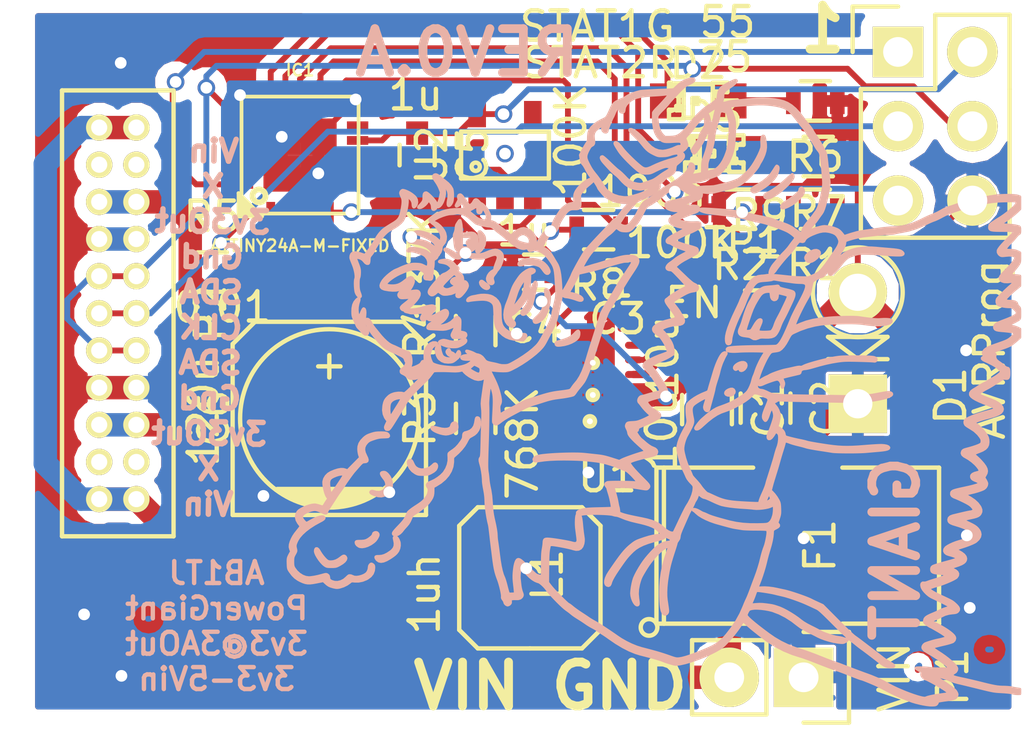
<source format=kicad_pcb>
(kicad_pcb (version 4) (host pcbnew "(after 2015-may-01 BZR unknown)-product")
  (layers (0 F.Cu signal) (31 B.Cu signal) (34 B.Paste user) (35 F.Paste user hide) (36 B.SilkS user hide) (37 F.SilkS user hide) (38 B.Mask user) (39 F.Mask user) (44 Edge.Cuts user))
  (net 0 "")
  (net 1 /Vin)
  (net 2 GND)
  (net 3 "Net-(C3-Pad1)")
  (net 4 "Net-(C5-Pad1)")
  (net 5 +3.3V)
  (net 6 "Net-(D2-Pad2)")
  (net 7 "Net-(D2-Pad1)")
  (net 8 "Net-(D3-Pad2)")
  (net 9 "Net-(D3-Pad1)")
  (net 10 /CLK)
  (net 11 /ISense)
  (net 12 /VSense)
  (net 13 /Enable)
  (net 14 "Net-(IC1-Pad13)")
  (net 15 /SDA)
  (net 16 "Net-(IC1-Pad20)")
  (net 17 "Net-(R3-Pad2)")
  (net 18 /PSave)
  (net 19 "Net-(L1-Pad1)")
  (net 20 "Net-(L1-Pad2)")
  (net 21 /BattIn)
  (net 22 "Net-(IC1-Pad2)")
  (net 23 /ISenceHi)
  (net 24 "Net-(P2-Pad19)")
  (net 25 "Net-(P2-Pad3)")
  (net 26 "Net-(P2-Pad4)")
  (net 27 "Net-(P2-Pad20)")
  (net 28 "Net-(U1-Pad14)")
  (module hardwareRev1:1.27mmPitchHeader11X2 (layer F.Cu) (at 105.41 106.68)
    (fp_text reference P2 (at 2.54 -1.27 90) (layer F.SilkS))
    (fp_text value CONN_11X2)
    (pad 21 thru_hole circle (at -1.27 5.08) (size 0.9 0.9) (drill 0.55) (layers *.Cu *.Mask F.SilkS) (net 21 /BattIn))
    (pad 19 thru_hole circle (at -1.27 3.81) (size 0.9 0.9) (drill 0.55) (layers *.Cu *.Mask F.SilkS) (net 24 "Net-(P2-Pad19)"))
    (pad 17 thru_hole circle (at -1.27 2.54) (size 0.9 0.9) (drill 0.55) (layers *.Cu *.Mask F.SilkS) (net 5 +3.3V))
    (pad 15 thru_hole circle (at -1.27 1.27) (size 0.9 0.9) (drill 0.55) (layers *.Cu *.Mask F.SilkS) (net 2 GND))
    (pad 13 thru_hole circle (at -1.27 0) (size 0.9 0.9) (drill 0.55) (layers *.Cu *.Mask F.SilkS) (net 15 /SDA))
    (pad 11 thru_hole circle (at -1.27 -1.27) (size 0.9 0.9) (drill 0.55) (layers *.Cu *.Mask F.SilkS) (net 10 /CLK))
    (pad 9 thru_hole circle (at -1.27 -2.54) (size 0.9 0.9) (drill 0.55) (layers *.Cu *.Mask F.SilkS) (net 15 /SDA))
    (pad 7 thru_hole circle (at -1.27 -3.81) (size 0.9 0.9) (drill 0.55) (layers *.Cu *.Mask F.SilkS) (net 2 GND))
    (pad 5 thru_hole circle (at -1.27 -5.08) (size 0.9 0.9) (drill 0.55) (layers *.Cu *.Mask F.SilkS) (net 5 +3.3V))
    (pad 3 thru_hole circle (at -1.27 -6.35) (size 0.9 0.9) (drill 0.55) (layers *.Cu *.Mask F.SilkS) (net 25 "Net-(P2-Pad3)"))
    (pad 1 thru_hole circle (at -1.27 -7.62) (size 0.9 0.9) (drill 0.55) (layers *.Cu *.Mask F.SilkS) (net 21 /BattIn))
    (pad 2 thru_hole circle (at 0 -7.62) (size 0.9 0.9) (drill 0.55) (layers *.Cu *.Mask F.SilkS) (net 21 /BattIn))
    (pad 4 thru_hole circle (at 0 -6.35) (size 0.9 0.9) (drill 0.55) (layers *.Cu *.Mask F.SilkS) (net 26 "Net-(P2-Pad4)"))
    (pad 6 thru_hole circle (at 0 -5.08) (size 0.9 0.9) (drill 0.55) (layers *.Cu *.Mask F.SilkS) (net 5 +3.3V))
    (pad 8 thru_hole circle (at 0 -3.81) (size 0.9 0.9) (drill 0.55) (layers *.Cu *.Mask F.SilkS) (net 2 GND))
    (pad 10 thru_hole circle (at 0 -2.54) (size 0.9 0.9) (drill 0.55) (layers *.Cu *.Mask F.SilkS) (net 15 /SDA))
    (pad 12 thru_hole circle (at 0 -1.27) (size 0.9 0.9) (drill 0.55) (layers *.Cu *.Mask F.SilkS) (net 10 /CLK))
    (pad 14 thru_hole circle (at 0 0) (size 0.9 0.9) (drill 0.55) (layers *.Cu *.Mask F.SilkS) (net 15 /SDA))
    (pad 16 thru_hole circle (at 0 1.27) (size 0.9 0.9) (drill 0.55) (layers *.Cu *.Mask F.SilkS) (net 2 GND))
    (pad 18 thru_hole circle (at 0 2.54) (size 0.9 0.9) (drill 0.55) (layers *.Cu *.Mask F.SilkS) (net 5 +3.3V))
    (pad 20 thru_hole circle (at 0 3.81) (size 0.9 0.9) (drill 0.55) (layers *.Cu *.Mask F.SilkS) (net 27 "Net-(P2-Pad20)"))
    (pad 22 thru_hole circle (at 0 5.08) (size 0.9 0.9) (drill 0.55) (layers *.Cu *.Mask F.SilkS) (net 21 /BattIn))
  )
  (module Capacitors_SMD:C_0603 (layer F.Cu) (at 121.85 104.2)
    (fp_text reference C3 (at 0 1.4) (layer F.SilkS))
    (fp_text value 100n (at 1.15 -2.95) (layer F.SilkS))
    (pad 1 smd rect (at -0.75 0) (size 0.8 0.75) (layers F.Cu F.Paste F.Mask) (net 3 "Net-(C3-Pad1)"))
    (pad 2 smd rect (at 0.75 0) (size 0.8 0.75) (layers F.Cu F.Paste F.Mask) (net 2 GND))
  )
  (module Capacitors_SMD:C_0603 (layer F.Cu) (at 119 104 180)
    (fp_text reference C4 (at 0 -1.9 180) (layer F.SilkS))
    (fp_text value 1u (at 0.35 1.4 180) (layer F.SilkS))
    (pad 1 smd rect (at -0.75 0 180) (size 0.8 0.75) (layers F.Cu F.Paste F.Mask) (net 1 /Vin))
    (pad 2 smd rect (at 0.75 0 180) (size 0.8 0.75) (layers F.Cu F.Paste F.Mask) (net 2 GND))
  )
  (module Capacitors_SMD:C_0603 (layer F.Cu) (at 115 100 270)
    (fp_text reference C5 (at 0 -1.9 270) (layer F.SilkS))
    (fp_text value 1u (at -2.05 0.05 360) (layer F.SilkS))
    (pad 1 smd rect (at -0.75 0 270) (size 0.8 0.75) (layers F.Cu F.Paste F.Mask) (net 4 "Net-(C5-Pad1)"))
    (pad 2 smd rect (at 0.75 0 270) (size 0.8 0.75) (layers F.Cu F.Paste F.Mask) (net 2 GND))
  )
  (module Capacitors_SMD:c_elec_6.3x7.7 (layer F.Cu) (at 112 109 90)
    (fp_text reference C6 (at 0 -3.937 90) (layer F.SilkS))
    (fp_text value 120u (at 0.25 -4.3 90) (layer F.SilkS))
    (pad 1 smd rect (at 2.75082 0 90) (size 3.59918 1.6002) (layers F.Cu F.Paste F.Mask) (net 5 +3.3V))
    (pad 2 smd rect (at -2.75082 0 90) (size 3.59918 1.6002) (layers F.Cu F.Paste F.Mask) (net 2 GND))
  )
  (module LEDs:LED-0805 (layer F.Cu) (at 124.6 98.15)
    (fp_text reference D2 (at 0 -1.27) (layer F.SilkS))
    (fp_text value STAT1G (at -3.45 -2.55) (layer F.SilkS))
    (pad 2 smd rect (at 1.04902 0 180) (size 1.19888 1.19888) (layers F.Cu F.Paste F.Mask) (net 6 "Net-(D2-Pad2)"))
    (pad 1 smd rect (at -1.04902 0 180) (size 1.19888 1.19888) (layers F.Cu F.Paste F.Mask) (net 7 "Net-(D2-Pad1)"))
  )
  (module LEDs:LED-0805 (layer F.Cu) (at 125.15 99.95)
    (fp_text reference D3 (at 0 -1.27) (layer F.SilkS))
    (fp_text value STAT2R (at -3.9 -3.1) (layer F.SilkS))
    (pad 2 smd rect (at 1.04902 0 180) (size 1.19888 1.19888) (layers F.Cu F.Paste F.Mask) (net 8 "Net-(D3-Pad2)"))
    (pad 1 smd rect (at -1.04902 0 180) (size 1.19888 1.19888) (layers F.Cu F.Paste F.Mask) (net 9 "Net-(D3-Pad1)"))
  )
  (module SMD_Packages:SMD-2112_Pol (layer F.Cu) (at 128 113.35)
    (fp_text reference F1 (at 0.762 0 90) (layer F.SilkS))
    (fp_text value FUSE)
    (pad 2 smd rect (at 3.175 0) (size 2.794 4.826) (layers F.Cu F.Paste F.Mask) (net 1 /Vin))
    (pad 1 smd rect (at -3.175 0) (size 2.794 4.826) (layers F.Cu F.Paste F.Mask) (net 21 /BattIn))
  )
  (module Inductors:SELF-WE-TPC_M (layer F.Cu) (at 118.85 114.45 180)
    (fp_text reference L1 (at -0.59944 0.09906 270) (layer F.SilkS))
    (fp_text value 1uh (at 3.6 -0.55 270) (layer F.SilkS))
    (pad 1 smd rect (at -2.159 0 180) (size 1.50114 5.30098) (layers F.Cu F.Paste F.Mask) (net 19 "Net-(L1-Pad1)"))
    (pad 2 smd rect (at 2.159 0 180) (size 1.50114 5.30098) (layers F.Cu F.Paste F.Mask) (net 20 "Net-(L1-Pad2)"))
  )
  (module Pin_Headers:Pin_Header_Straight_1x02 (layer F.Cu) (at 128.2 117.85 270)
    (fp_text reference P1 (at 0 -5.1 270) (layer F.SilkS))
    (fp_text value VIN (at 0 -3.1 270) (layer F.SilkS))
    (pad 1 thru_hole rect (at 0 0 270) (size 2.032 2.032) (drill 1.016) (layers *.Cu *.Mask F.SilkS) (net 2 GND))
    (pad 2 thru_hole oval (at 0 2.54 270) (size 2.032 2.032) (drill 1.016) (layers *.Cu *.Mask F.SilkS) (net 21 /BattIn))
  )
  (module Pin_Headers:Pin_Header_Straight_2x03 (layer F.Cu) (at 131.425 96.475)
    (fp_text reference P3 (at 0 -5.1) (layer F.SilkS))
    (fp_text value AVRProg (at 3.125 10.175 270) (layer F.SilkS))
    (pad 1 thru_hole rect (at 0 0) (size 1.7272 1.7272) (drill 1.016) (layers *.Cu *.Mask F.SilkS) (net 16 "Net-(IC1-Pad20)"))
    (pad 2 thru_hole oval (at 2.54 0) (size 1.7272 1.7272) (drill 1.016) (layers *.Cu *.Mask F.SilkS) (net 4 "Net-(C5-Pad1)"))
    (pad 3 thru_hole oval (at 0 2.54) (size 1.7272 1.7272) (drill 1.016) (layers *.Cu *.Mask F.SilkS) (net 10 /CLK))
    (pad 4 thru_hole oval (at 2.54 2.54) (size 1.7272 1.7272) (drill 1.016) (layers *.Cu *.Mask F.SilkS) (net 15 /SDA))
    (pad 5 thru_hole oval (at 0 5.08) (size 1.7272 1.7272) (drill 1.016) (layers *.Cu *.Mask F.SilkS) (net 14 "Net-(IC1-Pad13)"))
    (pad 6 thru_hole oval (at 2.54 5.08) (size 1.7272 1.7272) (drill 1.016) (layers *.Cu *.Mask F.SilkS) (net 2 GND))
  )
  (module Resistors_SMD:R_0603 (layer F.Cu) (at 128.6 101.85 180)
    (fp_text reference R1 (at 0 -1.9 180) (layer F.SilkS))
    (fp_text value R)
    (pad 1 smd rect (at -0.75 0 180) (size 0.5 0.9) (layers F.Cu F.Paste F.Mask) (net 1 /Vin))
    (pad 2 smd rect (at 0.75 0 180) (size 0.5 0.9) (layers F.Cu F.Paste F.Mask) (net 12 /VSense))
  )
  (module Resistors_SMD:R_0603 (layer F.Cu) (at 126.05 101.85 180)
    (fp_text reference R2 (at 0 -1.9 180) (layer F.SilkS))
    (fp_text value R)
    (pad 1 smd rect (at -0.75 0 180) (size 0.5 0.9) (layers F.Cu F.Paste F.Mask) (net 12 /VSense))
    (pad 2 smd rect (at 0.75 0 180) (size 0.5 0.9) (layers F.Cu F.Paste F.Mask) (net 2 GND))
  )
  (module Resistors_SMD:R_0603 (layer F.Cu) (at 117 109 90)
    (fp_text reference R3 (at 0 -1.9 90) (layer F.SilkS))
    (fp_text value 768K (at -0.85 1.6 90) (layer F.SilkS))
    (pad 1 smd rect (at -0.75 0 90) (size 0.5 0.9) (layers F.Cu F.Paste F.Mask) (net 11 /ISense))
    (pad 2 smd rect (at 0.75 0 90) (size 0.5 0.9) (layers F.Cu F.Paste F.Mask) (net 17 "Net-(R3-Pad2)"))
  )
  (module Resistors_SMD:R_0603 (layer F.Cu) (at 117 106 90)
    (fp_text reference R4 (at 0 -1.9 90) (layer F.SilkS))
    (fp_text value 137K (at 2.25 -1.75 90) (layer F.SilkS))
    (pad 1 smd rect (at -0.75 0 90) (size 0.5 0.9) (layers F.Cu F.Paste F.Mask) (net 17 "Net-(R3-Pad2)"))
    (pad 2 smd rect (at 0.75 0 90) (size 0.5 0.9) (layers F.Cu F.Paste F.Mask) (net 2 GND))
  )
  (module Resistors_SMD:R_0603 (layer F.Cu) (at 108 104)
    (fp_text reference R5 (at 0 -1.9) (layer F.SilkS))
    (fp_text value 0.01 (at 0.35 1.2) (layer F.SilkS))
    (pad 1 smd rect (at -0.75 0) (size 0.5 0.9) (layers F.Cu F.Paste F.Mask) (net 5 +3.3V))
    (pad 2 smd rect (at 0.75 0) (size 0.5 0.9) (layers F.Cu F.Paste F.Mask) (net 11 /ISense))
  )
  (module Resistors_SMD:R_0603 (layer F.Cu) (at 128.6 98.15 180)
    (fp_text reference R6 (at 0 -1.9 180) (layer F.SilkS))
    (fp_text value 55 (at 3 2.7 180) (layer F.SilkS))
    (pad 1 smd rect (at -0.75 0 180) (size 0.5 0.9) (layers F.Cu F.Paste F.Mask) (net 2 GND))
    (pad 2 smd rect (at 0.75 0 180) (size 0.5 0.9) (layers F.Cu F.Paste F.Mask) (net 6 "Net-(D2-Pad2)"))
  )
  (module Resistors_SMD:R_0603 (layer F.Cu) (at 128.7 100.05 180)
    (fp_text reference R7 (at 0 -1.9 180) (layer F.SilkS))
    (fp_text value 75 (at 3.2 3.4 180) (layer F.SilkS))
    (pad 1 smd rect (at -0.75 0 180) (size 0.5 0.9) (layers F.Cu F.Paste F.Mask) (net 2 GND))
    (pad 2 smd rect (at 0.75 0 180) (size 0.5 0.9) (layers F.Cu F.Paste F.Mask) (net 8 "Net-(D3-Pad2)"))
  )
  (module SMD:SOT-23-5 (layer F.Cu) (at 118 100 180)
    (fp_text reference U2 (at 2.5 0 270) (layer F.SilkS))
    (fp_text value NCP508 hide)
    (pad 4 smd rect (at -0.95 1.4 180) (size 0.6 0.9) (layers F.Cu F.Paste F.Mask))
    (pad 2 smd rect (at 0 -1.4 180) (size 0.6 0.9) (layers F.Cu F.Paste F.Mask) (net 2 GND))
    (pad 5 smd rect (at 0.95 1.4 180) (size 0.6 0.9) (layers F.Cu F.Paste F.Mask) (net 4 "Net-(C5-Pad1)"))
    (pad 3 smd rect (at -0.95 -1.4 180) (size 0.6 0.9) (layers F.Cu F.Paste F.Mask) (net 1 /Vin))
    (pad 1 smd rect (at 0.95 -1.4 180) (size 0.6 0.9) (layers F.Cu F.Paste F.Mask) (net 1 /Vin))
  )
  (module w_smd_qfn:qfn-20 (layer F.Cu) (at 111 100)
    (fp_text reference IC1 (at 0 -2.90068) (layer F.SilkS) (effects (font (size 0.39878 0.39878) (thickness 0.07874))))
    (fp_text value ATTINY24A-M-FIXED (at 0 3.0988) (layer F.SilkS) (effects (font (size 0.39878 0.39878) (thickness 0.07874))))
    (pad 1 smd rect (at -1.00076 1.96596) (size 0.29972 0.72898) (layers F.Cu F.Paste F.Mask) (net 10 /CLK))
    (pad 2 smd rect (at -0.50038 1.96596) (size 0.29972 0.72898) (layers F.Cu F.Paste F.Mask) (net 22 "Net-(IC1-Pad2)"))
    (pad 3 smd rect (at 0 1.96596) (size 0.29972 0.72898) (layers F.Cu F.Paste F.Mask) (net 23 /ISenceHi))
    (pad 4 smd rect (at 0.50038 1.96596) (size 0.29972 0.72898) (layers F.Cu F.Paste F.Mask) (net 11 /ISense))
    (pad 6 smd rect (at 1.96596 1.00076) (size 0.72898 0.29972) (layers F.Cu F.Paste F.Mask))
    (pad 7 smd rect (at 1.96596 0.50038) (size 0.72898 0.29972) (layers F.Cu F.Paste F.Mask))
    (pad 8 smd rect (at 1.96596 0) (size 0.72898 0.29972) (layers F.Cu F.Paste F.Mask) (net 2 GND))
    (pad 9 smd rect (at 1.96596 -0.50038) (size 0.72898 0.29972) (layers F.Cu F.Paste F.Mask) (net 4 "Net-(C5-Pad1)"))
    (pad 10 smd rect (at 1.96596 -1.00076) (size 0.72898 0.29972) (layers F.Cu F.Paste F.Mask))
    (pad 21 smd rect (at 0.62484 0.62484) (size 1.24968 1.24968) (layers F.Cu F.Paste F.Mask) (net 2 GND))
    (pad 21 smd rect (at -0.62484 0.62484) (size 1.24968 1.24968) (layers F.Cu F.Paste F.Mask) (net 2 GND))
    (pad 21 smd rect (at -0.62484 -0.62484) (size 1.24968 1.24968) (layers F.Cu F.Paste F.Mask) (net 2 GND))
    (pad 21 smd rect (at 0.62484 -0.62484) (size 1.24968 1.24968) (layers F.Cu F.Paste F.Mask) (net 2 GND))
    (pad 11 smd rect (at 1.00076 -1.96596) (size 0.29972 0.72898) (layers F.Cu F.Paste F.Mask) (net 18 /PSave))
    (pad 12 smd rect (at 0.50038 -1.96596) (size 0.29972 0.72898) (layers F.Cu F.Paste F.Mask) (net 13 /Enable))
    (pad 13 smd rect (at 0 -1.96596) (size 0.29972 0.72898) (layers F.Cu F.Paste F.Mask) (net 14 "Net-(IC1-Pad13)"))
    (pad 14 smd rect (at -0.50038 -1.96596) (size 0.29972 0.72898) (layers F.Cu F.Paste F.Mask) (net 9 "Net-(D3-Pad1)"))
    (pad 15 smd rect (at -1.00076 -1.96596) (size 0.29972 0.72898) (layers F.Cu F.Paste F.Mask) (net 7 "Net-(D2-Pad1)"))
    (pad 16 smd rect (at -1.96596 -1.00076) (size 0.72898 0.29972) (layers F.Cu F.Paste F.Mask) (net 15 /SDA))
    (pad 17 smd rect (at -1.96596 -0.50038) (size 0.72898 0.29972) (layers F.Cu F.Paste F.Mask))
    (pad 18 smd rect (at -1.96596 0) (size 0.72898 0.29972) (layers F.Cu F.Paste F.Mask))
    (pad 19 smd rect (at -1.96596 0.50038) (size 0.72898 0.29972) (layers F.Cu F.Paste F.Mask))
    (pad 20 smd rect (at -1.96596 1.00076) (size 0.72898 0.29972) (layers F.Cu F.Paste F.Mask) (net 16 "Net-(IC1-Pad20)"))
    (pad 5 smd rect (at 1.00076 1.96596) (size 0.29972 0.72898) (layers F.Cu F.Paste F.Mask) (net 12 /VSense))
  )
  (module hardwareRev1:TPS63020 (layer F.Cu) (at 121 108)
    (fp_text reference U1 (at 0.5 3) (layer F.SilkS))
    (fp_text value TPS63020 hide)
    (pad PAD thru_hole circle (at -0.1 1.1) (size 0.5 0.5) (drill 0.2) (layers *.Cu *.Mask F.SilkS) (net 2 GND))
    (pad PAD thru_hole circle (at 0 0.2) (size 0.5 0.5) (drill 0.2) (layers *.Cu *.Mask F.SilkS) (net 2 GND))
    (pad PAD thru_hole circle (at 0 -0.9) (size 0.5 0.5) (drill 0.2) (layers *.Cu *.Mask F.SilkS) (net 2 GND))
    (pad 8 smd oval (at 1.4 1.5) (size 0.6 0.24) (layers F.Cu F.Paste F.Mask) (net 19 "Net-(L1-Pad1)"))
    (pad 9 smd oval (at 1.4 1) (size 0.6 0.24) (layers F.Cu F.Paste F.Mask) (net 19 "Net-(L1-Pad1)"))
    (pad 10 smd oval (at 1.4 0.5) (size 0.6 0.24) (layers F.Cu F.Paste F.Mask) (net 1 /Vin))
    (pad 12 smd oval (at 1.4 -0.5) (size 0.6 0.24) (layers F.Cu F.Paste F.Mask) (net 13 /Enable))
    (pad 11 smd oval (at 1.4 0) (size 0.6 0.24) (layers F.Cu F.Paste F.Mask) (net 1 /Vin))
    (pad 13 smd oval (at 1.4 -1) (size 0.6 0.24) (layers F.Cu F.Paste F.Mask) (net 18 /PSave))
    (pad 14 smd oval (at 1.4 -1.5) (size 0.6 0.24) (layers F.Cu F.Paste F.Mask) (net 28 "Net-(U1-Pad14)"))
    (pad 1 smd oval (at -1.4 -1.5) (size 0.6 0.24) (layers F.Cu F.Paste F.Mask) (net 3 "Net-(C3-Pad1)"))
    (pad 2 smd oval (at -1.4 -1) (size 0.6 0.24) (layers F.Cu F.Paste F.Mask) (net 2 GND))
    (pad 4 smd oval (at -1.4 0) (size 0.6 0.24) (layers F.Cu F.Paste F.Mask) (net 11 /ISense))
    (pad 3 smd oval (at -1.4 -0.5) (size 0.6 0.24) (layers F.Cu F.Paste F.Mask) (net 17 "Net-(R3-Pad2)"))
    (pad 5 smd oval (at -1.4 0.5) (size 0.6 0.24) (layers F.Cu F.Paste F.Mask) (net 11 /ISense))
    (pad 6 smd oval (at -1.4 1) (size 0.6 0.24) (layers F.Cu F.Paste F.Mask) (net 20 "Net-(L1-Pad2)"))
    (pad 7 smd oval (at -1.4 1.5) (size 0.6 0.24) (layers F.Cu F.Paste F.Mask) (net 20 "Net-(L1-Pad2)"))
    (pad PAD smd rect (at 0 0) (size 1.5 4.5) (layers F.Cu F.Paste F.Mask) (net 2 GND))
  )
  (module Measurement_Points:Measurement_Point_Round-SMD-Pad_Small (layer F.Cu) (at 126.15 105.55)
    (fp_text reference TP1 (at 0 -2.54) (layer F.SilkS))
    (fp_text value EN (at -1.7 -0.5) (layer F.SilkS))
    (pad 1 smd circle (at 0 0) (size 1.524 1.524) (layers F.Cu F.Paste F.Mask) (net 13 /Enable))
  )
  (module Diodes_ThroughHole:Diode_DO-41_SOD81_Vertical_KathodeUp (layer F.Cu) (at 130.05 108.5 90)
    (fp_text reference D1 (at 0.27178 3.175 90) (layer F.SilkS))
    (fp_text value DIODE)
    (pad 2 thru_hole circle (at 3.81 0 270) (size 1.99898 1.99898) (drill 1.27) (layers *.Cu *.Mask F.SilkS) (net 1 /Vin))
    (pad 1 thru_hole rect (at 0 0 270) (size 1.99898 1.99898) (drill 1.00076) (layers *.Cu *.Mask F.SilkS) (net 2 GND))
  )
  (module Resistors_SMD:R_0603 (layer F.Cu) (at 121.2 102.55 180)
    (fp_text reference R8 (at 0 -1.9 180) (layer F.SilkS))
    (fp_text value 100K (at 0.95 3.05 270) (layer F.SilkS))
    (pad 1 smd rect (at -0.75 0 180) (size 0.5 0.9) (layers F.Cu F.Paste F.Mask) (net 18 /PSave))
    (pad 2 smd rect (at 0.75 0 180) (size 0.5 0.9) (layers F.Cu F.Paste F.Mask) (net 11 /ISense))
  )
  (module Resistors_SMD:R_0603 (layer F.Cu) (at 126.7 103.95)
    (fp_text reference R9 (at 0 -1.9) (layer F.SilkS))
    (fp_text value 100K (at -2.65 -0.95) (layer F.SilkS))
    (pad 1 smd rect (at -0.75 0) (size 0.5 0.9) (layers F.Cu F.Paste F.Mask) (net 13 /Enable))
    (pad 2 smd rect (at 0.75 0) (size 0.5 0.9) (layers F.Cu F.Paste F.Mask) (net 2 GND))
  )
  (module Capacitors_SMD:C_0805 (layer F.Cu) (at 124.9 108.7 270)
    (fp_text reference C1 (at 0 -2.1 270) (layer F.SilkS))
    (fp_text value 10u (at 0.7 1.55 270) (layer F.SilkS))
    (pad 1 smd rect (at -1 0 270) (size 1 1.25) (layers F.Cu F.Paste F.Mask) (net 1 /Vin))
    (pad 2 smd rect (at 1 0 270) (size 1 1.25) (layers F.Cu F.Paste F.Mask) (net 2 GND))
  )
  (module Capacitors_SMD:C_0805 (layer F.Cu) (at 126.9 108.65 270)
    (fp_text reference C2 (at 0 -2.1 270) (layer F.SilkS))
    (fp_text value 10u (at -1.75 3.5 270) (layer F.SilkS))
    (pad 1 smd rect (at -1 0 270) (size 1 1.25) (layers F.Cu F.Paste F.Mask) (net 1 /Vin))
    (pad 2 smd rect (at 1 0 270) (size 1 1.25) (layers F.Cu F.Paste F.Mask) (net 2 GND))
  )
  (module hardwareRev1:giant (layer B.Cu) (at 122.85 108.3 270)
    (fp_text reference G*** hide)
    (fp_text value LOGO hide)
  )
  (gr_text REV0.A (at 116.7 96.5) (layer B.SilkS) (effects (font (size 1.5 1.5) (thickness 0.3)) (justify mirror)))
  (gr_text "AB1TJ\nPowerGiant\n3v3@3AOut\n3v3-5Vin" (at 108.15 116.1) (layer B.SilkS) (effects (font (size 0.75 0.75)) (justify mirror)))
  (gr_text 1 (at 128.85 95.7) (layer F.SilkS) (effects (font (size 1.5 1.5) (thickness 0.3)) (justify mirror)))
  (gr_text "VIN GND" (at 119.55 118.15) (layer F.SilkS) (effects (font (size 1.5 1.5) (thickness 0.3))))
  (gr_text GIANT (at 131.35 113.45 90) (layer B.SilkS) (effects (font (size 1.5 1.5) (thickness 0.3)) (justify mirror)))
  (gr_text "Vin\nX\n3v3Out\nGnd\nSDA\nCLK\nSDA\nGnd\n3v3Out\nX\nVin" (at 107.95 105.9 359.1) (layer B.SilkS) (effects (font (size 0.75 0.75) (thickness 0.1875)) (justify mirror)))
  (segment (start 133.85 107.8) (end 133.85 106.775) (width 0.8) (layer B.Cu) (net 0))
  (segment (start 133.725 106.65) (end 133.725 106.575) (width 0.8) (layer F.Cu) (net 0))
  (segment (start 133.75 106.675) (end 133.725 106.65) (width 0.8) (layer F.Cu) (net 0))
  (via (at 133.75 106.675) (size 0.6) (layers F.Cu B.Cu) (net 0))
  (segment (start 133.85 106.775) (end 133.75 106.675) (width 0.8) (layer B.Cu) (net 0))
  (segment (start 133.775 113.65) (end 133.775 113) (width 0.8) (layer F.Cu) (net 0))
  (via (at 133.775 113) (size 0.6) (layers F.Cu B.Cu) (net 0))
  (segment (start 133.825 116.1) (end 133.825 115.525) (width 0.8) (layer B.Cu) (net 0))
  (via (at 133.875 115.475) (size 0.6) (layers F.Cu B.Cu) (net 0))
  (segment (start 133.825 115.525) (end 133.875 115.475) (width 0.8) (layer B.Cu) (net 0))
  (segment (start 118.525 114.775) (end 118.525 114.325) (width 0.8) (layer F.Cu) (net 0))
  (via (at 118.725 114.125) (size 0.6) (layers F.Cu B.Cu) (net 0))
  (segment (start 118.525 114.325) (end 118.725 114.125) (width 0.8) (layer F.Cu) (net 0))
  (segment (start 105.6 117.225) (end 105.475 117.225) (width 0.8) (layer F.Cu) (net 0))
  (via (at 104.9 117.8) (size 0.6) (layers F.Cu B.Cu) (net 0))
  (segment (start 105.475 117.225) (end 104.9 117.8) (width 0.8) (layer F.Cu) (net 0))
  (segment (start 103.275 114.375) (end 103.275 115.35) (width 0.8) (layer B.Cu) (net 0))
  (segment (start 103.825 115.9) (end 103.825 116.55) (width 0.8) (layer F.Cu) (net 0))
  (segment (start 103.625 115.7) (end 103.825 115.9) (width 0.8) (layer F.Cu) (net 0))
  (via (at 103.625 115.7) (size 0.6) (layers F.Cu B.Cu) (net 0))
  (segment (start 103.275 115.35) (end 103.625 115.7) (width 0.8) (layer B.Cu) (net 0))
  (segment (start 104.8 97.1) (end 104.8 96.925) (width 0.8) (layer F.Cu) (net 0))
  (segment (start 104.4 97.325) (end 104.175 97.325) (width 0.8) (layer B.Cu) (net 0))
  (segment (start 104.875 96.85) (end 104.4 97.325) (width 0.8) (layer B.Cu) (net 0))
  (via (at 104.875 96.85) (size 0.6) (layers F.Cu B.Cu) (net 0))
  (segment (start 104.8 96.925) (end 104.875 96.85) (width 0.8) (layer F.Cu) (net 0))
  (via (at 118 99.95) (size 0.6) (layers F.Cu B.Cu) (net 0))
  (segment (start 105.8 115.85) (end 105.85 115.85) (width 0.2) (layer B.Cu) (net 0))
  (segment (start 119.1 112.35) (end 119.05 112.4) (width 0.2) (layer F.Cu) (net 0))
  (segment (start 133.7 110.3) (end 133.75 110.3) (width 0.2) (layer F.Cu) (net 0))
  (segment (start 134.6 116.9) (end 134.5 116.9) (width 0.2) (layer B.Cu) (net 0))
  (via (at 114.8 102.8) (size 0.6) (layers F.Cu B.Cu) (net 0))
  (segment (start 128.4 103.25) (end 128.35 103.3) (width 0.2) (layer F.Cu) (net 0))
  (segment (start 132.1 117.5) (end 132.15 117.45) (width 0.2) (layer B.Cu) (net 0))
  (segment (start 132.1 117.6) (end 132.1 117.5) (width 0.2) (layer F.Cu) (net 0))
  (segment (start 130.05 104.69) (end 130.05 103.2) (width 0.2) (layer F.Cu) (net 1))
  (segment (start 129.35 102.5) (end 129.35 101.85) (width 0.2) (layer F.Cu) (net 1))
  (segment (start 130.05 103.2) (end 129.35 102.5) (width 0.2) (layer F.Cu) (net 1))
  (segment (start 124.9 107.7) (end 124.05 107.7) (width 0.8) (layer F.Cu) (net 1))
  (segment (start 124.05 107.7) (end 123.5 108.25) (width 0.8) (layer F.Cu) (net 1))
  (segment (start 126.9 107.65) (end 124.95 107.65) (width 0.8) (layer F.Cu) (net 1))
  (segment (start 124.95 107.65) (end 124.9 107.7) (width 0.8) (layer F.Cu) (net 1))
  (segment (start 130.05 104.69) (end 129.86 104.69) (width 0.8) (layer F.Cu) (net 1))
  (segment (start 129.86 104.69) (end 126.9 107.65) (width 0.8) (layer F.Cu) (net 1))
  (segment (start 131.175 113.35) (end 131.175 110.725) (width 0.8) (layer F.Cu) (net 1))
  (segment (start 131.95 106.59) (end 130.05 104.69) (width 0.8) (layer F.Cu) (net 1))
  (segment (start 131.95 109.95) (end 131.95 106.59) (width 0.8) (layer F.Cu) (net 1))
  (segment (start 131.175 110.725) (end 131.95 109.95) (width 0.8) (layer F.Cu) (net 1))
  (segment (start 122.4 108.2) (end 122.4 108.5) (width 0.2) (layer F.Cu) (net 1))
  (segment (start 122.4 108) (end 122.4 108.2) (width 0.2) (layer F.Cu) (net 1))
  (segment (start 122.4 108.2) (end 123.5 108.2) (width 0.8) (layer F.Cu) (net 1))
  (segment (start 117.05 102.15) (end 117.35 102.45) (width 0.2) (layer F.Cu) (net 1))
  (segment (start 117.35 102.45) (end 118.55 102.45) (width 0.2) (layer F.Cu) (net 1))
  (segment (start 118.575 102.425) (end 118.95 102.05) (width 0.2) (layer F.Cu) (net 1))
  (segment (start 118.55 102.45) (end 118.575 102.425) (width 0.2) (layer F.Cu) (net 1))
  (segment (start 118.95 102.05) (end 118.95 101.4) (width 0.2) (layer F.Cu) (net 1))
  (segment (start 117.05 101.4) (end 117.05 102.15) (width 0.2) (layer F.Cu) (net 1))
  (segment (start 119.75 103.6) (end 118.575 102.425) (width 0.2) (layer F.Cu) (net 1))
  (segment (start 119.75 104) (end 119.75 103.6) (width 0.2) (layer F.Cu) (net 1))
  (segment (start 123.5 108.25) (end 123.5 108.2) (width 0.2) (layer F.Cu) (net 1))
  (segment (start 123.5 108.2) (end 123.5 108.25) (width 0.2) (layer F.Cu) (net 1))
  (segment (start 123.5 108.25) (end 123.5 108.2) (width 0.2) (layer F.Cu) (net 1))
  (segment (start 119.75 104.5) (end 119.25 105) (width 0.2) (layer F.Cu) (net 1))
  (segment (start 119.75 104) (end 119.75 104.5) (width 0.2) (layer F.Cu) (net 1))
  (via (at 123.5 108.25) (size 0.6) (layers F.Cu B.Cu) (net 1))
  (segment (start 121.1 105.85) (end 123.5 108.25) (width 0.2) (layer B.Cu) (net 1))
  (segment (start 120.1 105.85) (end 121.1 105.85) (width 0.2) (layer B.Cu) (net 1))
  (segment (start 119.25 105) (end 120.1 105.85) (width 0.2) (layer B.Cu) (net 1))
  (via (at 119.25 105) (size 0.6) (layers F.Cu B.Cu) (net 1))
  (segment (start 112 111.75082) (end 113.82418 111.75082) (width 0.8) (layer F.Cu) (net 2))
  (via (at 114.05 111.525) (size 0.6) (layers F.Cu B.Cu) (net 2))
  (segment (start 113.82418 111.75082) (end 114.05 111.525) (width 0.8) (layer F.Cu) (net 2))
  (segment (start 111.62484 99.37516) (end 112.9 98.1) (width 0.2) (layer F.Cu) (net 2))
  (via (at 112.9 98.1) (size 0.6) (layers F.Cu B.Cu) (net 2))
  (via (at 118.4 106.1) (size 0.6) (layers F.Cu B.Cu) (net 2))
  (segment (start 110.37516 99.37516) (end 110.37516 99.32516) (width 0.2) (layer F.Cu) (net 2))
  (segment (start 110.37516 99.32516) (end 109 97.95) (width 0.2) (layer F.Cu) (net 2))
  (via (at 108.95 97.95) (size 0.6) (layers F.Cu B.Cu) (net 2))
  (segment (start 109 97.95) (end 108.95 97.95) (width 0.2) (layer F.Cu) (net 2))
  (segment (start 127.45 103.95) (end 127.2 103.95) (width 0.2) (layer F.Cu) (net 2))
  (segment (start 127.2 103.95) (end 125.3 102.05) (width 0.2) (layer F.Cu) (net 2))
  (segment (start 125.3 102.05) (end 125.3 101.85) (width 0.2) (layer F.Cu) (net 2))
  (segment (start 133.965 101.555) (end 133.845 101.555) (width 0.2) (layer F.Cu) (net 2))
  (segment (start 133.845 101.555) (end 132.25 103.15) (width 0.2) (layer F.Cu) (net 2))
  (segment (start 130.05 101.1) (end 129.45 100.5) (width 0.2) (layer F.Cu) (net 2))
  (segment (start 130.05 102.3) (end 130.05 101.1) (width 0.2) (layer F.Cu) (net 2))
  (segment (start 130.9 103.15) (end 130.05 102.3) (width 0.2) (layer F.Cu) (net 2))
  (segment (start 132.25 103.15) (end 130.9 103.15) (width 0.2) (layer F.Cu) (net 2))
  (segment (start 129.45 100.5) (end 129.45 100.05) (width 0.2) (layer F.Cu) (net 2))
  (segment (start 118 101.4) (end 118 101.1) (width 0.2) (layer F.Cu) (net 2))
  (segment (start 125.3 101.85) (end 125.3 101.65) (width 0.2) (layer F.Cu) (net 2))
  (segment (start 125.3 101.65) (end 125.9 101.05) (width 0.2) (layer F.Cu) (net 2))
  (segment (start 125.9 101.05) (end 128.2 101.05) (width 0.2) (layer F.Cu) (net 2))
  (segment (start 128.2 101.05) (end 128.85 100.4) (width 0.2) (layer F.Cu) (net 2))
  (segment (start 128.85 100.4) (end 128.85 99.2) (width 0.2) (layer F.Cu) (net 2))
  (segment (start 133.965 101.555) (end 133.965 101.885) (width 0.2) (layer B.Cu) (net 2))
  (segment (start 128.95 99.1) (end 129.35 99.1) (width 0.2) (layer F.Cu) (net 2))
  (segment (start 128.85 99.2) (end 128.95 99.1) (width 0.2) (layer F.Cu) (net 2))
  (segment (start 133.965 101.555) (end 133.965 104.585) (width 0.2) (layer B.Cu) (net 2))
  (segment (start 133.965 104.585) (end 130.05 108.5) (width 0.2) (layer B.Cu) (net 2))
  (segment (start 128.2 117.85) (end 128.2 115.1) (width 0.8) (layer B.Cu) (net 2))
  (segment (start 122.2 109.1) (end 120.9 109.1) (width 0.8) (layer B.Cu) (net 2))
  (segment (start 128.2 115.1) (end 122.2 109.1) (width 0.8) (layer B.Cu) (net 2))
  (segment (start 130.05 108.5) (end 129.55 108.5) (width 0.8) (layer F.Cu) (net 2))
  (segment (start 129.55 108.5) (end 128.2 109.85) (width 0.8) (layer F.Cu) (net 2))
  (segment (start 128.2 112.95) (end 128.2 109.85) (width 0.8) (layer F.Cu) (net 2))
  (segment (start 128.2 117.85) (end 128.2 112.95) (width 0.8) (layer F.Cu) (net 2))
  (segment (start 128.2 109.85) (end 128.2 109.6) (width 0.8) (layer F.Cu) (net 2))
  (segment (start 128.15 109.65) (end 124.95 109.65) (width 0.8) (layer F.Cu) (net 2))
  (segment (start 128.2 109.6) (end 128.15 109.65) (width 0.8) (layer F.Cu) (net 2))
  (segment (start 124.95 109.65) (end 124.9 109.7) (width 0.8) (layer F.Cu) (net 2))
  (segment (start 129.15 118.55) (end 129.2 118.55) (width 0.2) (layer B.Cu) (net 2))
  (segment (start 104.14 102.87) (end 105.41 102.87) (width 0.8) (layer B.Cu) (net 2))
  (segment (start 104.14 107.95) (end 105.41 107.95) (width 0.8) (layer F.Cu) (net 2))
  (via (at 110.37516 99.37516) (size 0.6) (layers F.Cu B.Cu) (net 2))
  (segment (start 110.4 99.35) (end 110.4 99.35032) (width 0.2) (layer B.Cu) (net 2))
  (segment (start 110.4 99.35032) (end 110.37516 99.37516) (width 0.2) (layer B.Cu) (net 2))
  (segment (start 122.6 104.2) (end 122.6 104.7) (width 0.2) (layer F.Cu) (net 2))
  (segment (start 122.6 104.7) (end 121 106.3) (width 0.2) (layer F.Cu) (net 2))
  (segment (start 121 106.3) (end 121 108) (width 0.2) (layer F.Cu) (net 2))
  (segment (start 121 108) (end 121 108.2) (width 0.2) (layer F.Cu) (net 2))
  (segment (start 129.35 98.15) (end 129.35 99.1) (width 0.2) (layer F.Cu) (net 2))
  (segment (start 129.35 99.1) (end 129.35 99.95) (width 0.2) (layer F.Cu) (net 2))
  (segment (start 129.35 99.95) (end 129.45 100.05) (width 0.2) (layer F.Cu) (net 2))
  (segment (start 109.85082 111.75082) (end 112 111.75082) (width 0.8) (layer F.Cu) (net 2))
  (segment (start 109.75 111.65) (end 109.85082 111.75082) (width 0.8) (layer F.Cu) (net 2))
  (via (at 109.75 111.65) (size 0.6) (layers F.Cu B.Cu) (net 2))
  (segment (start 106.45 108.35) (end 109.75 111.65) (width 0.8) (layer B.Cu) (net 2))
  (segment (start 106.05 107.95) (end 106.45 108.35) (width 0.8) (layer B.Cu) (net 2))
  (segment (start 105.41 107.95) (end 106.05 107.95) (width 0.8) (layer B.Cu) (net 2))
  (segment (start 103.15 107.95) (end 104.14 107.95) (width 0.8) (layer F.Cu) (net 2))
  (segment (start 104.14 102.87) (end 102.93 102.87) (width 0.8) (layer F.Cu) (net 2))
  (segment (start 102.93 102.87) (end 102.35 103.45) (width 0.8) (layer F.Cu) (net 2))
  (segment (start 102.35 103.45) (end 102.35 107.15) (width 0.8) (layer F.Cu) (net 2))
  (segment (start 102.35 107.15) (end 103.15 107.95) (width 0.8) (layer F.Cu) (net 2))
  (segment (start 113.8 100) (end 114.55 100.75) (width 0.2) (layer F.Cu) (net 2))
  (segment (start 114.55 100.75) (end 115 100.75) (width 0.2) (layer F.Cu) (net 2))
  (segment (start 112.96596 100) (end 113.8 100) (width 0.2) (layer F.Cu) (net 2))
  (segment (start 115.25 100.5) (end 115 100.75) (width 0.2) (layer F.Cu) (net 2))
  (segment (start 118 100.7) (end 117.875 100.575) (width 0.2) (layer F.Cu) (net 2))
  (segment (start 117.875 100.575) (end 117.8 100.5) (width 0.2) (layer F.Cu) (net 2))
  (segment (start 116.15 100.5) (end 115.25 100.5) (width 0.2) (layer F.Cu) (net 2))
  (segment (start 116.65 100.5) (end 116.15 100.5) (width 0.2) (layer F.Cu) (net 2))
  (segment (start 117.8 100.5) (end 117 100.5) (width 0.2) (layer F.Cu) (net 2))
  (segment (start 117 100.5) (end 116.65 100.5) (width 0.2) (layer F.Cu) (net 2))
  (segment (start 118 101.4) (end 118 100.7) (width 0.2) (layer F.Cu) (net 2))
  (segment (start 116.4 102.15) (end 116.4 100.8) (width 0.2) (layer F.Cu) (net 2))
  (segment (start 116.45 100.75) (end 116.7 100.5) (width 0.2) (layer F.Cu) (net 2))
  (segment (start 116.4 100.8) (end 116.45 100.75) (width 0.2) (layer F.Cu) (net 2))
  (segment (start 116.7 100.5) (end 116.65 100.55) (width 0.2) (layer F.Cu) (net 2))
  (segment (start 116.65 100.55) (end 116.65 100.5) (width 0.2) (layer F.Cu) (net 2))
  (segment (start 118.25 104) (end 116.4 102.15) (width 0.2) (layer F.Cu) (net 2))
  (segment (start 116.4 100.75) (end 116.15 100.5) (width 0.2) (layer F.Cu) (net 2))
  (segment (start 116.45 100.75) (end 116.4 100.75) (width 0.2) (layer F.Cu) (net 2))
  (segment (start 121 108) (end 121 108.2) (width 0.2) (layer F.Cu) (net 2))
  (segment (start 121.15 107.85) (end 121 108) (width 0.2) (layer F.Cu) (net 2))
  (segment (start 121 108) (end 121 108.2) (width 0.4) (layer F.Cu) (net 2))
  (segment (start 120 107) (end 121 108) (width 0.4) (layer F.Cu) (net 2))
  (segment (start 119.6 107) (end 120 107) (width 0.4) (layer F.Cu) (net 2))
  (segment (start 117 105.25) (end 118.25 104) (width 0.2) (layer F.Cu) (net 2))
  (segment (start 119.3 107) (end 119.6 107) (width 0.2) (layer F.Cu) (net 2))
  (segment (start 117.55 105.25) (end 118.4 106.1) (width 0.2) (layer F.Cu) (net 2))
  (segment (start 118.4 106.1) (end 119.3 107) (width 0.2) (layer F.Cu) (net 2))
  (segment (start 117 105.25) (end 117.55 105.25) (width 0.2) (layer F.Cu) (net 2))
  (segment (start 112.24968 100) (end 111.62484 100.62484) (width 0.2) (layer F.Cu) (net 2))
  (segment (start 112.96596 100) (end 112.24968 100) (width 0.2) (layer F.Cu) (net 2))
  (segment (start 111.62484 100.62484) (end 110.37516 100.62484) (width 0.2) (layer F.Cu) (net 2))
  (segment (start 110.37516 100.62484) (end 110.37516 99.37516) (width 0.2) (layer F.Cu) (net 2))
  (segment (start 110.37516 99.37516) (end 111.62484 99.37516) (width 0.2) (layer F.Cu) (net 2))
  (segment (start 106.45 105.79968) (end 111.62484 100.62484) (width 0.2) (layer B.Cu) (net 2))
  (segment (start 106.45 108.35) (end 106.45 105.79968) (width 0.2) (layer B.Cu) (net 2))
  (via (at 111.62484 100.62484) (size 0.6) (layers F.Cu B.Cu) (net 2))
  (segment (start 120.9 110.8) (end 120.85 110.85) (width 0.8) (layer B.Cu) (net 2))
  (via (at 120.85 110.85) (size 0.6) (layers F.Cu B.Cu) (net 2))
  (segment (start 120.9 109.1) (end 120.9 110.8) (width 0.8) (layer B.Cu) (net 2))
  (via (at 128.2 113.1) (size 0.6) (layers F.Cu B.Cu) (net 2))
  (segment (start 128.2 112.95) (end 128.2 113.1) (width 0.2) (layer F.Cu) (net 2))
  (segment (start 119.6 106.5) (end 119.6 105.9) (width 0.2) (layer F.Cu) (net 3))
  (segment (start 120.6 104.7) (end 121.1 104.2) (width 0.2) (layer F.Cu) (net 3))
  (segment (start 120.6 104.9) (end 120.6 104.7) (width 0.2) (layer F.Cu) (net 3))
  (segment (start 119.6 105.9) (end 120.6 104.9) (width 0.2) (layer F.Cu) (net 3))
  (segment (start 121.25 104) (end 121.25 104.25) (width 0.2) (layer F.Cu) (net 3))
  (segment (start 133.965 96.475) (end 133.965 96.585) (width 0.2) (layer B.Cu) (net 4))
  (segment (start 133.965 96.585) (end 132.8 97.75) (width 0.2) (layer B.Cu) (net 4))
  (segment (start 132.8 97.75) (end 118.8 97.75) (width 0.2) (layer B.Cu) (net 4))
  (segment (start 118.8 97.75) (end 117.95 98.6) (width 0.2) (layer B.Cu) (net 4))
  (via (at 117.95 98.6) (size 0.6) (layers F.Cu B.Cu) (net 4))
  (segment (start 117.95 98.6) (end 117.05 98.6) (width 0.2) (layer F.Cu) (net 4))
  (segment (start 116.4 99.25) (end 117.05 98.6) (width 0.2) (layer F.Cu) (net 4))
  (segment (start 115 99.25) (end 116 99.25) (width 0.2) (layer F.Cu) (net 4))
  (segment (start 116 99.25) (end 116.4 99.25) (width 0.2) (layer F.Cu) (net 4))
  (segment (start 114.05 99.25) (end 113.80038 99.49962) (width 0.2) (layer F.Cu) (net 4))
  (segment (start 113.80038 99.49962) (end 112.96596 99.49962) (width 0.2) (layer F.Cu) (net 4))
  (segment (start 115 99.25) (end 114.05 99.25) (width 0.2) (layer F.Cu) (net 4))
  (segment (start 117.1 98.6) (end 117.05 98.6) (width 0.25) (layer F.Cu) (net 4))
  (segment (start 104.14 109.22) (end 105.41 109.22) (width 0.8) (layer B.Cu) (net 5))
  (segment (start 104.14 101.6) (end 105.41 101.6) (width 0.8) (layer B.Cu) (net 5))
  (segment (start 109.14918 106.24918) (end 112 106.24918) (width 0.8) (layer F.Cu) (net 5))
  (segment (start 107.25 104.35) (end 109.14918 106.24918) (width 0.8) (layer F.Cu) (net 5))
  (segment (start 107.25 104) (end 107.25 104.35) (width 0.8) (layer F.Cu) (net 5))
  (segment (start 107.25 102.25) (end 106.6 101.6) (width 0.8) (layer F.Cu) (net 5))
  (segment (start 107.25 104) (end 107.25 102.25) (width 0.8) (layer F.Cu) (net 5))
  (segment (start 106.6 101.6) (end 105.41 101.6) (width 0.8) (layer F.Cu) (net 5))
  (segment (start 107.25 108.65) (end 106.68 109.22) (width 0.8) (layer F.Cu) (net 5))
  (segment (start 107.25 104) (end 107.25 108.65) (width 0.8) (layer F.Cu) (net 5))
  (segment (start 106.68 109.22) (end 105.41 109.22) (width 0.8) (layer F.Cu) (net 5))
  (segment (start 127.85 98.15) (end 125.64902 98.15) (width 0.25) (layer F.Cu) (net 6))
  (segment (start 123.55098 98.15) (end 123.55098 96.80098) (width 0.2) (layer F.Cu) (net 7))
  (segment (start 109.99924 97.15076) (end 109.99924 98.03404) (width 0.2) (layer F.Cu) (net 7))
  (segment (start 111.85 95.3) (end 109.99924 97.15076) (width 0.2) (layer F.Cu) (net 7))
  (segment (start 122.05 95.3) (end 111.85 95.3) (width 0.2) (layer F.Cu) (net 7))
  (segment (start 123.55098 96.80098) (end 122.05 95.3) (width 0.2) (layer F.Cu) (net 7))
  (segment (start 127.95 100.05) (end 125.74902 100.05) (width 0.2) (layer F.Cu) (net 8))
  (segment (start 123.65098 100.05) (end 123.5 100.05) (width 0.2) (layer F.Cu) (net 9))
  (segment (start 123.5 100.05) (end 122.55 99.1) (width 0.2) (layer F.Cu) (net 9))
  (segment (start 110.49962 97.30038) (end 110.49962 98.03404) (width 0.2) (layer F.Cu) (net 9))
  (segment (start 112.1 95.7) (end 110.49962 97.30038) (width 0.2) (layer F.Cu) (net 9))
  (segment (start 121.75 95.7) (end 112.1 95.7) (width 0.2) (layer F.Cu) (net 9))
  (segment (start 122.55 96.5) (end 121.75 95.7) (width 0.2) (layer F.Cu) (net 9))
  (segment (start 122.55 99.1) (end 122.55 96.5) (width 0.2) (layer F.Cu) (net 9))
  (segment (start 123.65098 100.05) (end 123.65098 99.50098) (width 0.2) (layer F.Cu) (net 9))
  (segment (start 131.425 99.015) (end 118.585 99.015) (width 0.2) (layer B.Cu) (net 10))
  (segment (start 108.3 102.85) (end 108.3 103) (width 0.2) (layer B.Cu) (net 10))
  (segment (start 111.95 99.2) (end 108.3 102.85) (width 0.2) (layer B.Cu) (net 10))
  (segment (start 118.4 99.2) (end 111.95 99.2) (width 0.2) (layer B.Cu) (net 10))
  (segment (start 118.585 99.015) (end 118.4 99.2) (width 0.2) (layer B.Cu) (net 10))
  (segment (start 131.425 99.015) (end 131.425 98.975) (width 0.2) (layer F.Cu) (net 10))
  (segment (start 104.14 105.41) (end 105.41 105.41) (width 0.2) (layer F.Cu) (net 10))
  (segment (start 109.33404 101.96596) (end 108.3 103) (width 0.2) (layer F.Cu) (net 10))
  (via (at 108.3 103) (size 0.6) (layers F.Cu B.Cu) (net 10))
  (segment (start 109.99924 101.96596) (end 109.33404 101.96596) (width 0.2) (layer F.Cu) (net 10))
  (segment (start 105.89 105.41) (end 105.41 105.41) (width 0.2) (layer B.Cu) (net 10))
  (segment (start 108.3 103) (end 105.89 105.41) (width 0.2) (layer B.Cu) (net 10))
  (segment (start 120.45 102.55) (end 119.6 102.55) (width 0.2) (layer F.Cu) (net 11))
  (segment (start 114.75 105.25) (end 114.75 105.35) (width 0.2) (layer F.Cu) (net 11))
  (segment (start 114.7 105.3) (end 114.75 105.25) (width 0.2) (layer F.Cu) (net 11))
  (segment (start 116.65 103.35) (end 114.7 105.3) (width 0.2) (layer F.Cu) (net 11))
  (via (at 116.65 103.35) (size 0.6) (layers F.Cu B.Cu) (net 11))
  (segment (start 116.7 103.3) (end 116.65 103.35) (width 0.2) (layer B.Cu) (net 11))
  (segment (start 118.85 103.3) (end 116.7 103.3) (width 0.2) (layer B.Cu) (net 11))
  (segment (start 119.55 102.6) (end 118.85 103.3) (width 0.2) (layer B.Cu) (net 11))
  (via (at 119.55 102.6) (size 0.6) (layers F.Cu B.Cu) (net 11))
  (segment (start 119.6 102.55) (end 119.55 102.6) (width 0.2) (layer F.Cu) (net 11))
  (segment (start 119.6 108.2) (end 119.6 108.5) (width 0.2) (layer F.Cu) (net 11))
  (segment (start 119.6 108) (end 119.6 108.2) (width 0.2) (layer F.Cu) (net 11))
  (segment (start 117.15 109.6) (end 117 109.75) (width 0.8) (layer F.Cu) (net 11))
  (segment (start 118.9 108.2) (end 118.4 108.7) (width 0.8) (layer F.Cu) (net 11))
  (segment (start 118.4 108.7) (end 117.5 109.6) (width 0.8) (layer F.Cu) (net 11))
  (segment (start 117.5 109.6) (end 117.15 109.6) (width 0.8) (layer F.Cu) (net 11))
  (segment (start 119.6 108.2) (end 118.9 108.2) (width 0.8) (layer F.Cu) (net 11))
  (segment (start 110.1 104) (end 110.6 103.5) (width 0.8) (layer F.Cu) (net 11))
  (segment (start 111.5 103.5) (end 112.9 103.5) (width 0.8) (layer F.Cu) (net 11))
  (segment (start 110.6 103.5) (end 111.5 103.5) (width 0.8) (layer F.Cu) (net 11))
  (segment (start 112.9 103.5) (end 114.75 105.35) (width 0.8) (layer F.Cu) (net 11))
  (segment (start 114.75 105.35) (end 115.1 105.7) (width 0.8) (layer F.Cu) (net 11))
  (segment (start 115.1 105.7) (end 115.1 109.6) (width 0.8) (layer F.Cu) (net 11))
  (segment (start 115.1 109.6) (end 115.25 109.75) (width 0.8) (layer F.Cu) (net 11))
  (segment (start 115.25 109.75) (end 117 109.75) (width 0.8) (layer F.Cu) (net 11))
  (segment (start 108.75 104) (end 110.1 104) (width 0.8) (layer F.Cu) (net 11))
  (segment (start 111.50038 103.5) (end 111.5 103.49962) (width 0.2) (layer F.Cu) (net 11))
  (segment (start 111.5 103.49962) (end 111.5 103.3) (width 0.2) (layer F.Cu) (net 11))
  (segment (start 111.5 103.3) (end 111.5 103.5) (width 0.2) (layer F.Cu) (net 11))
  (segment (start 111.50038 101.96596) (end 111.50038 103.5) (width 0.2) (layer F.Cu) (net 11))
  (segment (start 126.8 101.85) (end 126.8 102) (width 0.2) (layer F.Cu) (net 12))
  (segment (start 126.8 102) (end 126.1 101.95) (width 0.2) (layer F.Cu) (net 12))
  (segment (start 112.73404 101.96596) (end 112.00076 101.96596) (width 0.2) (layer F.Cu) (net 12))
  (segment (start 112.75 101.95) (end 112.73404 101.96596) (width 0.2) (layer F.Cu) (net 12))
  (via (at 112.75 101.95) (size 0.6) (layers F.Cu B.Cu) (net 12))
  (segment (start 125.15 101.95) (end 112.75 101.95) (width 0.2) (layer B.Cu) (net 12))
  (segment (start 126.1 101.95) (end 125.15 101.95) (width 0.2) (layer B.Cu) (net 12))
  (via (at 126.1 101.95) (size 0.6) (layers F.Cu B.Cu) (net 12))
  (segment (start 126.8 101.85) (end 127.85 101.85) (width 0.2) (layer F.Cu) (net 12))
  (segment (start 125.95 103.95) (end 125.75 103.95) (width 0.2) (layer F.Cu) (net 13))
  (segment (start 125.75 103.95) (end 125.2 104.5) (width 0.2) (layer F.Cu) (net 13))
  (segment (start 126.15 105.55) (end 125.65 105.55) (width 0.2) (layer F.Cu) (net 13))
  (segment (start 125.65 105.55) (end 125.2 105.1) (width 0.2) (layer F.Cu) (net 13))
  (segment (start 125.2 104.05) (end 125.2 103.45) (width 0.2) (layer F.Cu) (net 13))
  (segment (start 111.50038 97.64962) (end 111.50038 98.03404) (width 0.2) (layer F.Cu) (net 13))
  (segment (start 111.7 97.45) (end 111.50038 97.64962) (width 0.2) (layer F.Cu) (net 13))
  (segment (start 111.7 97.25) (end 111.7 97.45) (width 0.2) (layer F.Cu) (net 13))
  (segment (start 112.15 96.8) (end 111.7 97.25) (width 0.2) (layer F.Cu) (net 13))
  (segment (start 121.15 96.8) (end 112.15 96.8) (width 0.2) (layer F.Cu) (net 13))
  (segment (start 121.75 97.4) (end 121.15 96.8) (width 0.2) (layer F.Cu) (net 13))
  (segment (start 121.75 100) (end 121.75 97.4) (width 0.2) (layer F.Cu) (net 13))
  (segment (start 125.2 103.45) (end 121.75 100) (width 0.2) (layer F.Cu) (net 13))
  (segment (start 122.4 107.5) (end 122.8 107.5) (width 0.25) (layer F.Cu) (net 13))
  (segment (start 125.2 105.1) (end 125.2 105.05) (width 0.25) (layer F.Cu) (net 13))
  (segment (start 125.2 105.05) (end 125.2 104.5) (width 0.25) (layer F.Cu) (net 13))
  (segment (start 125.2 104.5) (end 125.2 104.05) (width 0.25) (layer F.Cu) (net 13))
  (segment (start 125.2 104.05) (end 125.2 103.9) (width 0.25) (layer F.Cu) (net 13))
  (segment (start 122.8 107.5) (end 125.2 105.1) (width 0.25) (layer F.Cu) (net 13))
  (segment (start 122.5 99.95) (end 123.8 101.25) (width 0.2) (layer F.Cu) (net 14))
  (segment (start 111 97.4) (end 112.05 96.35) (width 0.2) (layer F.Cu) (net 14))
  (segment (start 112.05 96.35) (end 121.5 96.35) (width 0.2) (layer F.Cu) (net 14))
  (segment (start 121.5 96.35) (end 122.15 97) (width 0.2) (layer F.Cu) (net 14))
  (segment (start 122.15 97) (end 122.15 99.6) (width 0.2) (layer F.Cu) (net 14))
  (segment (start 122.15 99.6) (end 122.5 99.95) (width 0.2) (layer F.Cu) (net 14))
  (segment (start 111 98.03404) (end 111 97.4) (width 0.2) (layer F.Cu) (net 14))
  (segment (start 123.9 101.15) (end 131.02 101.15) (width 0.2) (layer B.Cu) (net 14))
  (segment (start 123.8 101.25) (end 123.9 101.15) (width 0.2) (layer B.Cu) (net 14))
  (via (at 123.8 101.25) (size 0.6) (layers F.Cu B.Cu) (net 14))
  (segment (start 131.02 101.15) (end 131.425 101.555) (width 0.2) (layer B.Cu) (net 14))
  (segment (start 107.8 97.7) (end 107.8 101.75) (width 0.2) (layer B.Cu) (net 15))
  (segment (start 107.8 101.75) (end 105.41 104.14) (width 0.2) (layer B.Cu) (net 15))
  (segment (start 133.965 99.015) (end 133.315 99.015) (width 0.2) (layer F.Cu) (net 15))
  (segment (start 133.315 99.015) (end 131.95 97.65) (width 0.2) (layer F.Cu) (net 15))
  (segment (start 107.8 97.7) (end 109.03404 98.93404) (width 0.2) (layer F.Cu) (net 15))
  (via (at 107.8 97.7) (size 0.6) (layers F.Cu B.Cu) (net 15))
  (segment (start 107.8 97.3) (end 107.8 97.7) (width 0.2) (layer B.Cu) (net 15))
  (segment (start 108.15 96.95) (end 107.8 97.3) (width 0.2) (layer B.Cu) (net 15))
  (segment (start 124.3 96.95) (end 108.15 96.95) (width 0.2) (layer B.Cu) (net 15))
  (segment (start 124.4 97.05) (end 124.3 96.95) (width 0.2) (layer B.Cu) (net 15))
  (via (at 124.4 97.05) (size 0.6) (layers F.Cu B.Cu) (net 15))
  (segment (start 129.7 97.05) (end 124.4 97.05) (width 0.2) (layer F.Cu) (net 15))
  (segment (start 130.3 97.65) (end 129.7 97.05) (width 0.2) (layer F.Cu) (net 15))
  (segment (start 131.95 97.65) (end 130.3 97.65) (width 0.2) (layer F.Cu) (net 15))
  (segment (start 109.03404 98.93404) (end 109.03404 98.99924) (width 0.2) (layer F.Cu) (net 15))
  (segment (start 133.965 99.015) (end 133.785 99.015) (width 0.2) (layer B.Cu) (net 15))
  (segment (start 109.03404 98.98404) (end 109.03404 98.99924) (width 0.2) (layer F.Cu) (net 15))
  (segment (start 104.14 104.14) (end 105.41 104.14) (width 0.2) (layer F.Cu) (net 15))
  (segment (start 104.14 106.68) (end 105.41 106.68) (width 0.2) (layer F.Cu) (net 15))
  (segment (start 108.98328 99.05) (end 109.03404 98.99924) (width 0.2) (layer F.Cu) (net 15))
  (segment (start 103.05 104.95) (end 103.05 105.59) (width 0.2) (layer B.Cu) (net 15))
  (segment (start 103.05 105.59) (end 104.14 106.68) (width 0.2) (layer B.Cu) (net 15))
  (segment (start 103.86 104.14) (end 103.05 104.95) (width 0.2) (layer B.Cu) (net 15))
  (segment (start 104.14 104.14) (end 103.86 104.14) (width 0.2) (layer B.Cu) (net 15))
  (segment (start 131.425 96.475) (end 107.725 96.475) (width 0.2) (layer B.Cu) (net 16))
  (segment (start 107.45076 101.00076) (end 109.03404 101.00076) (width 0.2) (layer F.Cu) (net 16))
  (segment (start 106.65 100.2) (end 107.45076 101.00076) (width 0.2) (layer F.Cu) (net 16))
  (segment (start 106.65 97.6) (end 106.65 100.2) (width 0.2) (layer F.Cu) (net 16))
  (segment (start 106.75 97.5) (end 106.65 97.6) (width 0.2) (layer F.Cu) (net 16))
  (via (at 106.75 97.5) (size 0.6) (layers F.Cu B.Cu) (net 16))
  (segment (start 106.75 97.45) (end 106.75 97.5) (width 0.2) (layer B.Cu) (net 16))
  (segment (start 107.725 96.475) (end 106.75 97.45) (width 0.2) (layer B.Cu) (net 16))
  (segment (start 109.03404 101.13404) (end 109.03404 101.00076) (width 0.2) (layer F.Cu) (net 16))
  (segment (start 117 107.45) (end 117 106.75) (width 0.2) (layer F.Cu) (net 17))
  (segment (start 117 108.25) (end 117 107.45) (width 0.2) (layer F.Cu) (net 17))
  (segment (start 119.55 107.45) (end 119.6 107.5) (width 0.2) (layer F.Cu) (net 17))
  (segment (start 117 107.45) (end 119.55 107.45) (width 0.2) (layer F.Cu) (net 17))
  (segment (start 122.4 107) (end 122.766272 107) (width 0.2) (layer F.Cu) (net 18))
  (segment (start 123.45 102.55) (end 121.95 102.55) (width 0.2) (layer F.Cu) (net 18))
  (segment (start 124.65 103.75) (end 123.45 102.55) (width 0.2) (layer F.Cu) (net 18))
  (segment (start 124.65 105.116272) (end 124.65 103.75) (width 0.2) (layer F.Cu) (net 18))
  (segment (start 122.766272 107) (end 124.65 105.116272) (width 0.2) (layer F.Cu) (net 18))
  (segment (start 121.95 102.55) (end 121.9 102.55) (width 0.2) (layer F.Cu) (net 18))
  (segment (start 121.9 102.55) (end 121.05 101.7) (width 0.2) (layer F.Cu) (net 18))
  (segment (start 121.05 101.7) (end 120.3 101.7) (width 0.2) (layer F.Cu) (net 18))
  (segment (start 120.3 101.7) (end 120.15 101.55) (width 0.2) (layer F.Cu) (net 18))
  (segment (start 120.15 101.55) (end 120.15 97.6) (width 0.2) (layer F.Cu) (net 18))
  (segment (start 120.15 97.6) (end 120 97.45) (width 0.2) (layer F.Cu) (net 18))
  (segment (start 120 97.45) (end 112.5848 97.45) (width 0.2) (layer F.Cu) (net 18))
  (segment (start 112.5848 97.45) (end 112.00076 98.03404) (width 0.2) (layer F.Cu) (net 18))
  (segment (start 122.4 109.5) (end 122.4 113.059) (width 0.8) (layer F.Cu) (net 19))
  (segment (start 122.4 113.059) (end 121.009 114.45) (width 0.8) (layer F.Cu) (net 19))
  (segment (start 122.4 109) (end 122.4 109.5) (width 0.4) (layer F.Cu) (net 19))
  (segment (start 119.6 109.3) (end 119.6 109.9) (width 0.8) (layer F.Cu) (net 20))
  (segment (start 119.6 109.9) (end 116.691 112.809) (width 0.8) (layer F.Cu) (net 20))
  (segment (start 116.691 112.809) (end 116.691 114.45) (width 0.8) (layer F.Cu) (net 20))
  (segment (start 119.6 109) (end 119.6 109.3) (width 0.4) (layer F.Cu) (net 20))
  (segment (start 119.6 109.3) (end 119.6 109.5) (width 0.4) (layer F.Cu) (net 20))
  (segment (start 125.66 117.85) (end 111.5 117.85) (width 0.8) (layer F.Cu) (net 21))
  (segment (start 111.5 117.85) (end 105.41 111.76) (width 0.8) (layer F.Cu) (net 21))
  (segment (start 125.66 117.85) (end 125.66 114.185) (width 0.8) (layer F.Cu) (net 21))
  (segment (start 125.66 114.185) (end 124.825 113.35) (width 0.8) (layer F.Cu) (net 21))
  (segment (start 104.14 111.76) (end 105.41 111.76) (width 0.8) (layer F.Cu) (net 21))
  (segment (start 104.14 99.06) (end 105.41 99.06) (width 0.8) (layer F.Cu) (net 21))
  (segment (start 103.54 99.06) (end 102.3 100.3) (width 0.8) (layer B.Cu) (net 21))
  (segment (start 104.14 99.06) (end 103.54 99.06) (width 0.8) (layer B.Cu) (net 21))
  (segment (start 103.51 111.76) (end 105.41 111.76) (width 0.8) (layer B.Cu) (net 21))
  (segment (start 102.3 110.55) (end 103.51 111.76) (width 0.8) (layer B.Cu) (net 21))
  (segment (start 102.3 100.3) (end 102.3 110.55) (width 0.8) (layer B.Cu) (net 21))
  (zone (net 2) (net_name GND) (layer F.Cu) (connect_pads (clearance 0.4)) (min_thickness 0.2) (fill yes (arc_segments 16) (thermal_gap 0.1) (thermal_bridge_width 0.4))
    (polygon (pts (xy 135.45 119.25) (xy 101.65 119.15) (xy 101.65 95.1) (xy 135.45 94.95)))
  )
  (zone (net 2) (net_name GND) (layer B.Cu) (connect_pads (clearance 0.4)) (min_thickness 0.2) (fill yes (arc_segments 16) (thermal_gap 0.1) (thermal_bridge_width 0.4))
    (polygon (pts (xy 135.45 119.25) (xy 101.65 119.15) (xy 101.65 95.1) (xy 135.45 94.95)))
  )
)
</source>
